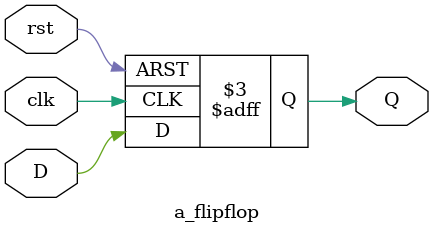
<source format=v>
`timescale 1ns / 1ps


module a_flipflop(D,clk,rst,Q);
    input D,clk,rst;
    output reg Q;
    
    always @(negedge rst,posedge clk)
        if (!rst)
            Q<=0;
        else
            Q<=D;
endmodule

</source>
